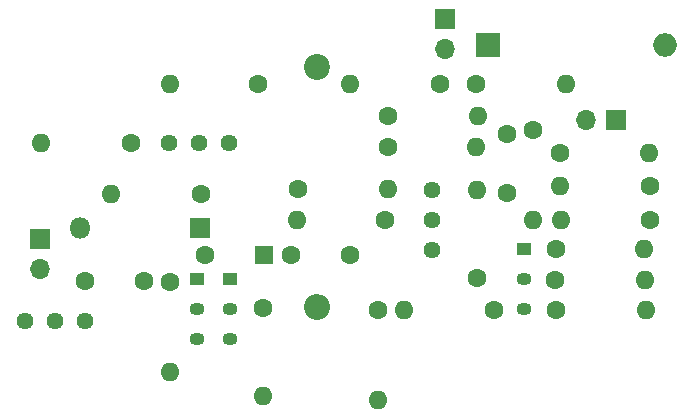
<source format=gbr>
%TF.GenerationSoftware,KiCad,Pcbnew,5.1.9*%
%TF.CreationDate,2021-08-01T18:05:45+02:00*%
%TF.ProjectId,DonwConvertor,446f6e77-436f-46e7-9665-72746f722e6b,rev?*%
%TF.SameCoordinates,Original*%
%TF.FileFunction,Soldermask,Top*%
%TF.FilePolarity,Negative*%
%FSLAX45Y45*%
G04 Gerber Fmt 4.5, Leading zero omitted, Abs format (unit mm)*
G04 Created by KiCad (PCBNEW 5.1.9) date 2021-08-01 18:05:45*
%MOMM*%
%LPD*%
G01*
G04 APERTURE LIST*
%ADD10O,1.700000X1.700000*%
%ADD11R,1.700000X1.700000*%
%ADD12C,1.600000*%
%ADD13O,1.600000X1.600000*%
%ADD14C,1.440000*%
%ADD15R,1.800000X1.800000*%
%ADD16O,1.800000X1.800000*%
%ADD17C,2.200000*%
%ADD18O,2.200000X2.200000*%
%ADD19R,2.000000X2.000000*%
%ADD20O,2.000000X2.000000*%
%ADD21O,1.300000X1.050000*%
%ADD22R,1.300000X1.050000*%
%ADD23R,1.600000X1.600000*%
G04 APERTURE END LIST*
D10*
%TO.C,J2*%
X9053830Y-3249930D03*
D11*
X9053830Y-2995930D03*
%TD*%
D12*
%TO.C,R9*%
X9320530Y-3539490D03*
D13*
X10082530Y-3539490D03*
%TD*%
%TO.C,R5*%
X8253730Y-3539490D03*
D12*
X9015730Y-3539490D03*
%TD*%
%TO.C,C11*%
X9328150Y-5187380D03*
D13*
X9328150Y-4437380D03*
%TD*%
D12*
%TO.C,R7*%
X8568690Y-3810000D03*
D13*
X9330690Y-3810000D03*
%TD*%
%TO.C,C8*%
X9318690Y-4072890D03*
D12*
X8568690Y-4072890D03*
%TD*%
D14*
%TO.C,RV2*%
X8943340Y-4438650D03*
X8943340Y-4692650D03*
X8943340Y-4946650D03*
%TD*%
D12*
%TO.C,C9*%
X8550910Y-4692650D03*
D13*
X7800910Y-4692650D03*
%TD*%
%TO.C,R11*%
X10755630Y-5452110D03*
D12*
X9993630Y-5452110D03*
%TD*%
D15*
%TO.C,D1*%
X6983730Y-4758690D03*
D16*
X5967730Y-4758690D03*
%TD*%
D17*
%TO.C,L1*%
X7967980Y-3394710D03*
D18*
X7967980Y-5426710D03*
%TD*%
D11*
%TO.C,J1*%
X5624830Y-4856480D03*
D10*
X5624830Y-5110480D03*
%TD*%
D19*
%TO.C,C15*%
X9419590Y-3211830D03*
D20*
X10919590Y-3211830D03*
%TD*%
D12*
%TO.C,R2*%
X6988810Y-4476750D03*
D13*
X6226810Y-4476750D03*
%TD*%
D14*
%TO.C,RV1*%
X6715760Y-4042410D03*
X6969760Y-4042410D03*
X7223760Y-4042410D03*
%TD*%
D12*
%TO.C,C14*%
X10030460Y-4127500D03*
D13*
X10780460Y-4127500D03*
%TD*%
D12*
%TO.C,C4*%
X7514590Y-5438140D03*
D13*
X7514590Y-6188140D03*
%TD*%
%TO.C,C1*%
X6723950Y-3542030D03*
D12*
X7473950Y-3542030D03*
%TD*%
D13*
%TO.C,C12*%
X10743630Y-4942840D03*
D12*
X9993630Y-4942840D03*
%TD*%
D21*
%TO.C,Q3*%
X9724390Y-5196840D03*
X9724390Y-5450840D03*
D22*
X9724390Y-4942840D03*
%TD*%
D13*
%TO.C,R1*%
X5634990Y-4042410D03*
D12*
X6396990Y-4042410D03*
%TD*%
D13*
%TO.C,R4*%
X6729730Y-5976620D03*
D12*
X6729730Y-5214620D03*
%TD*%
%TO.C,R10*%
X9472930Y-5452110D03*
D13*
X8710930Y-5452110D03*
%TD*%
%TO.C,R13*%
X10746740Y-5198110D03*
D12*
X9984740Y-5198110D03*
%TD*%
D11*
%TO.C,J3*%
X10506710Y-3845560D03*
D10*
X10252710Y-3845560D03*
%TD*%
D22*
%TO.C,Q1*%
X6955790Y-5193030D03*
D21*
X6955790Y-5701030D03*
X6955790Y-5447030D03*
%TD*%
%TO.C,Q2*%
X7231380Y-5447030D03*
X7231380Y-5701030D03*
D22*
X7231380Y-5193030D03*
%TD*%
D23*
%TO.C,C2*%
X7520940Y-4989830D03*
D12*
X7020940Y-4989830D03*
%TD*%
%TO.C,C3*%
X6508750Y-5209540D03*
X6008750Y-5209540D03*
%TD*%
%TO.C,R6*%
X7806690Y-4428490D03*
D13*
X8568690Y-4428490D03*
%TD*%
D14*
%TO.C,RV3*%
X6007100Y-5547360D03*
X5753100Y-5547360D03*
X5499100Y-5547360D03*
%TD*%
D12*
%TO.C,C7*%
X8248270Y-4991100D03*
X7748270Y-4991100D03*
%TD*%
%TO.C,R8*%
X8488680Y-5452110D03*
D13*
X8488680Y-6214110D03*
%TD*%
D12*
%TO.C,C10*%
X9580880Y-3967480D03*
X9580880Y-4467480D03*
%TD*%
%TO.C,C13*%
X10788650Y-4695190D03*
D13*
X10038650Y-4695190D03*
%TD*%
D12*
%TO.C,R12*%
X9801860Y-3933190D03*
D13*
X9801860Y-4695190D03*
%TD*%
%TO.C,R14*%
X10031730Y-4403090D03*
D12*
X10793730Y-4403090D03*
%TD*%
M02*

</source>
